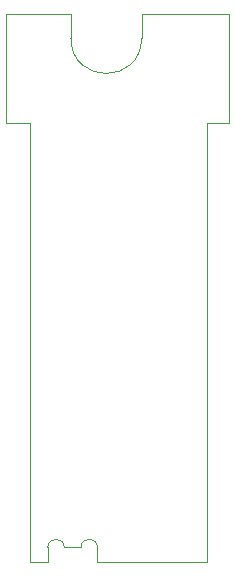
<source format=gm1>
G04 #@! TF.GenerationSoftware,KiCad,Pcbnew,(5.99.0-168-g9990dcc1b)*
G04 #@! TF.CreationDate,2019-12-17T14:25:06+03:00*
G04 #@! TF.ProjectId,SmartPartsIONBoard,536d6172-7450-4617-9274-73494f4e426f,rev?*
G04 #@! TF.SameCoordinates,Original*
G04 #@! TF.FileFunction,Profile,NP*
%FSLAX46Y46*%
G04 Gerber Fmt 4.6, Leading zero omitted, Abs format (unit mm)*
G04 Created by KiCad (PCBNEW (5.99.0-168-g9990dcc1b)) date 2019-12-17 14:25:06*
%MOMM*%
%LPD*%
G04 APERTURE LIST*
%ADD10C,0.100000*%
G04 APERTURE END LIST*
D10*
X77010000Y-76370000D02*
X67720000Y-76370000D01*
X67720000Y-75160000D02*
X67720000Y-76370000D01*
X63520000Y-76370000D02*
X62000000Y-76370000D01*
X63520000Y-75160000D02*
X63520000Y-76370000D01*
X63520000Y-75160000D02*
G75*
G02X64920000Y-75160000I700000J0D01*
G01*
X64920000Y-75160000D02*
X66320000Y-75160000D01*
X66320000Y-75160000D02*
G75*
G02X67720000Y-75160000I700000J0D01*
G01*
X71460000Y-30000000D02*
X78900000Y-30000000D01*
X60000000Y-29980000D02*
X65480000Y-29980000D01*
X65479933Y-32050000D02*
G75*
G03X71460000Y-32070000I2990067J0D01*
G01*
X71460000Y-32070000D02*
X71460000Y-30000000D01*
X65480000Y-29980000D02*
X65479933Y-32050000D01*
X77010000Y-76370000D02*
X77010000Y-39200000D01*
X78900000Y-39200000D02*
X77010000Y-39200000D01*
X78900000Y-39200000D02*
X78900000Y-30000000D01*
X60000000Y-39200000D02*
X60000000Y-29980000D01*
X62000000Y-39200000D02*
X60000000Y-39200000D01*
X62000000Y-76370000D02*
X62000000Y-39200000D01*
M02*

</source>
